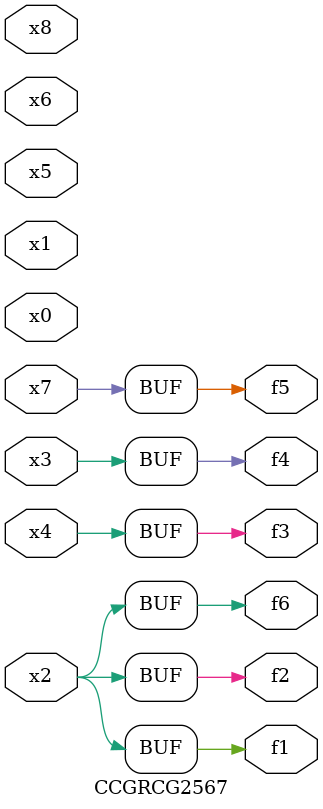
<source format=v>
module CCGRCG2567(
	input x0, x1, x2, x3, x4, x5, x6, x7, x8,
	output f1, f2, f3, f4, f5, f6
);
	assign f1 = x2;
	assign f2 = x2;
	assign f3 = x4;
	assign f4 = x3;
	assign f5 = x7;
	assign f6 = x2;
endmodule

</source>
